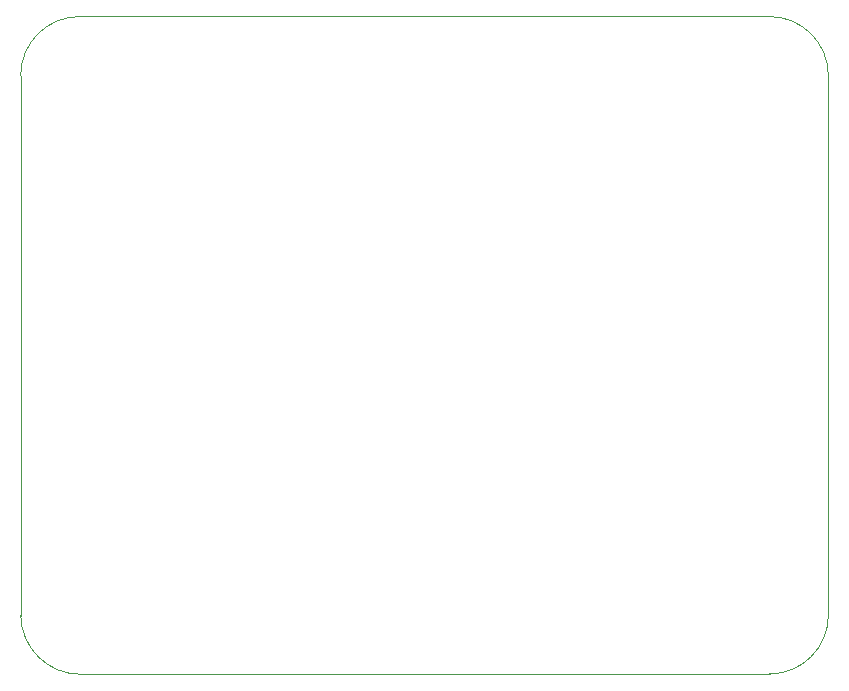
<source format=gbr>
G04 #@! TF.GenerationSoftware,KiCad,Pcbnew,5.1.5-52549c5~84~ubuntu18.04.1*
G04 #@! TF.CreationDate,2020-06-16T17:56:00-04:00*
G04 #@! TF.ProjectId,ib4,6962342e-6b69-4636-9164-5f7063625858,rev?*
G04 #@! TF.SameCoordinates,PX37b6b20PY542d128*
G04 #@! TF.FileFunction,Profile,NP*
%FSLAX46Y46*%
G04 Gerber Fmt 4.6, Leading zero omitted, Abs format (unit mm)*
G04 Created by KiCad (PCBNEW 5.1.5-52549c5~84~ubuntu18.04.1) date 2020-06-16 17:56:00*
%MOMM*%
%LPD*%
G04 APERTURE LIST*
%ADD10C,0.050000*%
G04 APERTURE END LIST*
D10*
X68237100Y50711100D02*
X68237100Y5029055D01*
X-165100Y50723800D02*
X-165100Y5003800D01*
X63271400Y50800D02*
X4889500Y50800D01*
X4775200Y55727600D02*
X63246000Y55727600D01*
X4927600Y38100D02*
G75*
G02X-148467Y5060567I-26800J5049267D01*
G01*
X68237100Y5054600D02*
G75*
G02X63241333Y58833I-4995767J0D01*
G01*
X63233155Y55727600D02*
G75*
G02X68237100Y50723655I0J-5003945D01*
G01*
X-152400Y50736500D02*
G75*
G02X4833834Y55722734I4986234J0D01*
G01*
M02*

</source>
